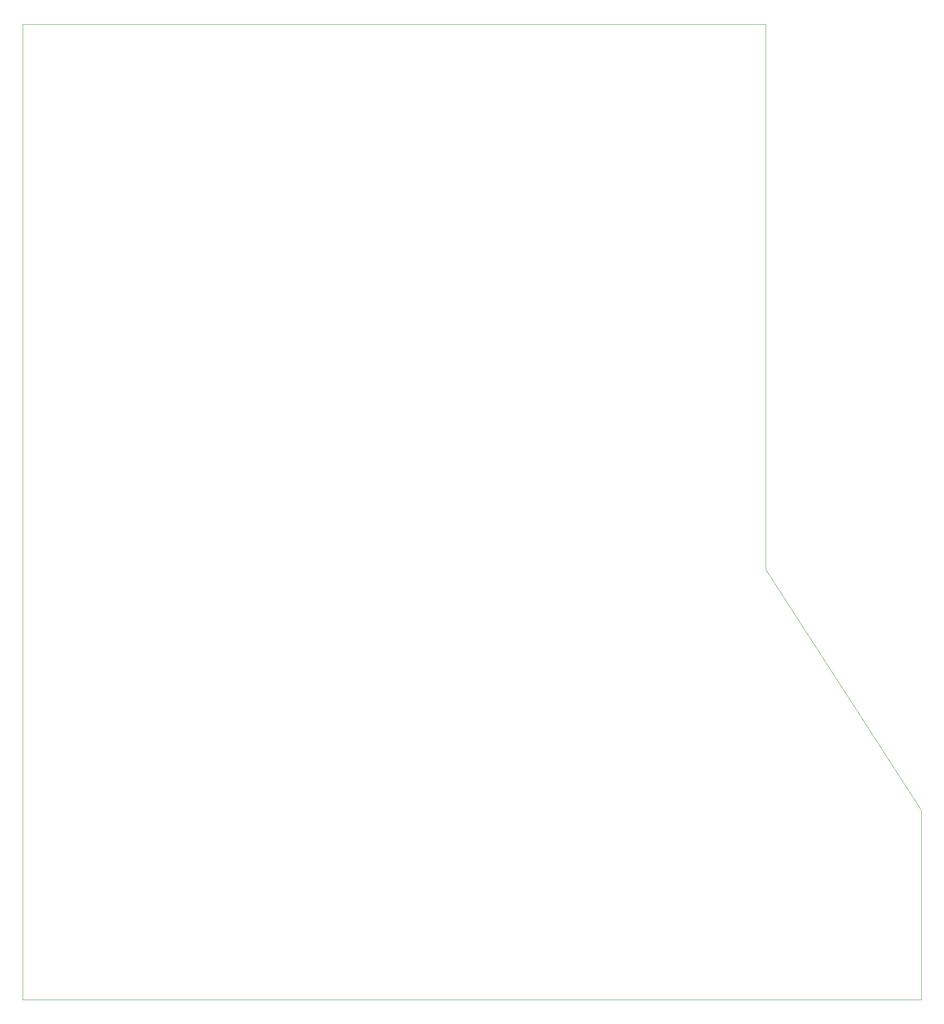
<source format=gbr>
%TF.GenerationSoftware,KiCad,Pcbnew,(6.0.0)*%
%TF.CreationDate,2022-01-02T22:46:40-08:00*%
%TF.ProjectId,thumbler_left,7468756d-626c-4657-925f-6c6566742e6b,rev?*%
%TF.SameCoordinates,Original*%
%TF.FileFunction,Profile,NP*%
%FSLAX46Y46*%
G04 Gerber Fmt 4.6, Leading zero omitted, Abs format (unit mm)*
G04 Created by KiCad (PCBNEW (6.0.0)) date 2022-01-02 22:46:40*
%MOMM*%
%LPD*%
G01*
G04 APERTURE LIST*
%TA.AperFunction,Profile*%
%ADD10C,0.050000*%
%TD*%
G04 APERTURE END LIST*
D10*
X237049481Y-250916074D02*
X269610936Y-301208074D01*
X269610936Y-301208074D02*
X269610936Y-340705074D01*
X269610936Y-340705074D02*
X81855481Y-340705074D01*
X81855481Y-340705074D02*
X81855481Y-137124074D01*
X81855481Y-137124074D02*
X237049481Y-137124074D01*
X237049481Y-137124074D02*
X237049481Y-250916074D01*
M02*

</source>
